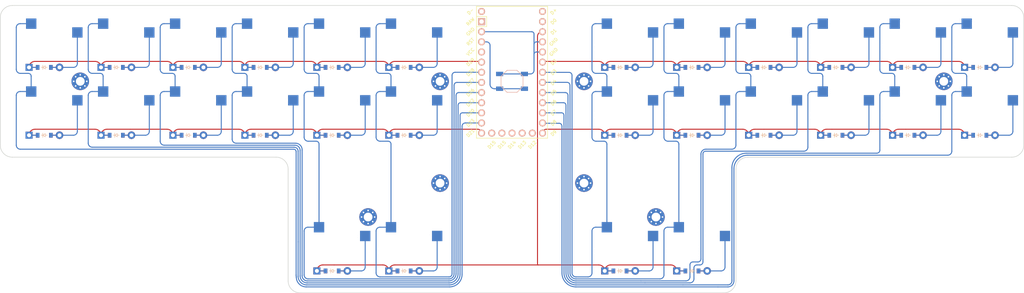
<source format=kicad_pcb>
(kicad_pcb (version 20241229) (generator "pcbnew") (generator_version "9.0")
  (title_block (title "pcb") (rev "v1.0.0") (company "Unknown"))
  (layers (0 "F.Cu" signal) (2 "B.Cu" signal) (13 "F.Paste" user) (15 "B.Paste" user) (5 "F.SilkS" user) (7 "B.SilkS" user) (1 "F.Mask" user) (3 "B.Mask" user) (25 "Edge.Cuts" user))
  (net 0 "")
  (net 1 "D23")
  (net 2 "outer_lbottom")
  (net 3 "outer_ltop")
  (net 4 "D20")
  (net 5 "pinky_lbottom")
  (net 6 "pinky_ltop")
  (net 7 "D22")
  (net 8 "ring_lbottom")
  (net 9 "ring_ltop")
  (net 10 "D26")
  (net 11 "middle_lbottom")
  (net 12 "middle_ltop")
  (net 13 "D27")
  (net 14 "index_lbottom")
  (net 15 "index_ltop")
  (net 16 "D28")
  (net 17 "inner_lbottom")
  (net 18 "inner_ltop")
  (net 19 "D3")
  (net 20 "inner_rbottom")
  (net 21 "inner_rtop")
  (net 22 "D4")
  (net 23 "index_rbottom")
  (net 24 "index_rtop")
  (net 25 "D5")
  (net 26 "middle_rbottom")
  (net 27 "middle_rtop")
  (net 28 "D6")
  (net 29 "ring_rbottom")
  (net 30 "ring_rtop")
  (net 31 "D7")
  (net 32 "pinky_rbottom")
  (net 33 "pinky_rtop")
  (net 34 "D8")
  (net 35 "outer_rbottom")
  (net 36 "outer_rtop")
  (net 37 "outer_lttop")
  (net 38 "inner_lttop")
  (net 39 "inner_rttop")
  (net 40 "outer_rttop")
  (net 41 "D21")
  (net 42 "D29")
  (net 43 "D9")
  (net 44 "D2")
  (net 45 "D1")
  (net 46 "Dm")
  (net 47 "RAW")
  (net 48 "GND")
  (net 49 "RST")
  (net 50 "VCC")
  (net 51 "D12")
  (net 52 "D13")
  (net 53 "D14")
  (net 54 "D15")
  (net 55 "D16")
  (net 56 "Dp")
  (net 57 "D0")
  (footprint "E73:SW_TACT_ALPS_SKQGABE010" (layer "F.Cu") (at 217 91.5)
    (property "Reference" "B1" (hide yes))
    (property "Value" "" (hide yes))
  )
  (footprint "PG1350" (layer "F.Cu") (at 154 100)
    (property "Reference" "S7" (hide yes))
    (property "Value" "" (hide yes))
  )
  (footprint "ComboDiode" (layer "F.Cu") (at 154 88)
    (property "Reference" "D8" (hide yes))
    (property "Value" "" (hide yes))
  )
  (footprint "ComboDiode" (layer "F.Cu") (at 100 105)
    (property "Reference" "D1" (hide yes))
    (property "Value" "" (hide yes))
  )
  (footprint "PG1350" (layer "F.Cu") (at 190 100)
    (property "Reference" "S11" (hide yes))
    (property "Value" "" (hide yes))
  )
  (footprint "Mount_Hole_2.2mm_Pad_Via" (layer "F.Cu") (at 199 91.5)
    (property "Reference" "_2" (hide yes))
    (property "Value" "")
  )
  (footprint "Mount_Hole_2.2mm_Pad_Via" (layer "F.Cu") (at 181 125.5)
    (property "Reference" "_4" (hide yes))
    (property "Value" "")
  )
  (footprint "ComboDiode" (layer "F.Cu") (at 172 139)
    (property "Reference" "D25" (hide yes))
    (property "Value" "" (hide yes))
  )
  (footprint "ComboDiode" (layer "F.Cu") (at 262 105)
    (property "Reference" "D15" (hide yes))
    (property "Value" "" (hide yes))
  )
  (footprint "ComboDiode" (layer "F.Cu") (at 244 105)
    (property "Reference" "D13" (hide yes))
    (property "Value" "" (hide yes))
  )
  (footprint "Mount_Hole_2.2mm_Pad_Via" (layer "F.Cu") (at 253 125.5)
    (property "Reference" "_5" (hide yes))
    (property "Value" "")
  )
  (footprint "ComboDiode" (layer "F.Cu") (at 190 105)
    (property "Reference" "D11" (hide yes))
    (property "Value" "" (hide yes))
  )
  (footprint "PG1350" (layer "F.Cu") (at 298 100)
    (property "Reference" "S19" (hide yes))
    (property "Value" "" (hide yes))
  )
  (footprint "PG1350" (layer "F.Cu") (at 262 83)
    (property "Reference" "S16" (hide yes))
    (property "Value" "" (hide yes))
  )
  (footprint "PG1350" (layer "F.Cu") (at 244 100)
    (property "Reference" "S13" (hide yes))
    (property "Value" "" (hide yes))
  )
  (footprint "ComboDiode" (layer "F.Cu") (at 172 105)
    (property "Reference" "D9" (hide yes))
    (property "Value" "" (hide yes))
  )
  (footprint "PG1350" (layer "F.Cu") (at 190 83)
    (property "Reference" "S12" (hide yes))
    (property "Value" "" (hide yes))
  )
  (footprint "ComboDiode" (layer "F.Cu") (at 190 88)
    (property "Reference" "D12" (hide yes))
    (property "Value" "" (hide yes))
  )
  (footprint "PG1350" (layer "F.Cu") (at 244 83)
    (property "Reference" "S14" (hide yes))
    (property "Value" "" (hide yes))
  )
  (footprint "ComboDiode" (layer "F.Cu") (at 298 105)
    (property "Reference" "D19" (hide yes))
    (property "Value" "" (hide yes))
  )
  (footprint "PG1350" (layer "F.Cu") (at 100 100)
    (property "Reference" "S1" (hide yes))
    (property "Value" "" (hide yes))
  )
  (footprint "PG1350" (layer "F.Cu") (at 154 83)
    (property "Reference" "S8" (hide yes))
    (property "Value" "" (hide yes))
  )
  (footprint "PG1350" (layer "F.Cu") (at 262 134)
    (property "Reference" "S28" (hide yes))
    (property "Value" "" (hide yes))
  )
  (footprint "ComboDiode" (layer "F.Cu") (at 334 88)
    (property "Reference" "D24" (hide yes))
    (property "Value" "" (hide yes))
  )
  (footprint "Mount_Hole_2.2mm_Pad_Via" (layer "F.Cu") (at 235 91.5)
    (property "Reference" "_7" (hide yes))
    (property "Value" "")
  )
  (footprint "ComboDiode" (layer "F.Cu") (at 280 105)
    (property "Reference" "D17" (hide yes))
    (property "Value" "" (hide yes))
  )
  (footprint "ComboDiode" (layer "F.Cu") (at 280 88)
    (property "Reference" "D18" (hide yes))
    (property "Value" "" (hide yes))
  )
  (footprint "ComboDiode" (layer "F.Cu") (at 298 88)
    (property "Reference" "D20" (hide yes))
    (property "Value" "" (hide yes))
  )
  (footprint "ComboDiode" (layer "F.Cu") (at 262 88)
    (property "Reference" "D16" (hide yes))
    (property "Value" "" (hide yes))
  )
  (footprint "ComboDiode" (layer "F.Cu") (at 136 105)
    (property "Reference" "D5" (hide yes))
    (property "Value" "" (hide yes))
  )
  (footprint "PG1350" (layer "F.Cu") (at 172 134)
    (property "Reference" "S25" (hide yes))
    (property "Value" "" (hide yes))
  )
  (footprint "PG1350" (layer "F.Cu") (at 118 100)
    (property "Reference" "S3" (hide yes))
    (property "Value" "" (hide yes))
  )
  (footprint "PG1350" (layer "F.Cu") (at 100 83)
    (property "Reference" "S2" (hide yes))
    (property "Value" "" (hide yes))
  )
  (footprint "PG1350" (layer "F.Cu") (at 118 83)
    (property "Reference" "S4" (hide yes))
    (property "Value" "" (hide yes))
  )
  (footprint "ProMicro" (layer "F.Cu") (at 217 90.5 -90)
    (property "Reference" "MCU1" (hide yes))
    (property "Value" "" (hide yes))
  )
  (footprint "ComboDiode" (layer "F.Cu") (at 244 88)
    (property "Reference" "D14" (hide yes))
    (property "Value" "" (hide yes))
  )
  (footprint "Mount_Hole_2.2mm_Pad_Via" (layer "F.Cu") (at 109 91.5)
    (property "Reference" "_1" (hide yes))
    (property "Value" "")
  )
  (footprint "ComboDiode" (layer "F.Cu") (at 262 139)
    (property "Reference" "D28" (hide yes))
    (property "Value" "" (hide yes))
  )
  (footprint "PG1350" (layer "F.Cu") (at 190 134)
    (property "Reference" "S26" (hide yes))
    (property "Value" "" (hide yes))
  )
  (footprint "ComboDiode" (layer "F.Cu") (at 334 105)
    (property "Reference" "D23" (hide yes))
    (property "Value" "" (hide yes))
  )
  (footprint "PG1350" (layer "F.Cu") (at 136 83)
    (property "Reference" "S6" (hide yes))
    (property "Value" "" (hide yes))
  )
  (footprint "PG1350" (layer "F.Cu") (at 280 100)
    (property "Reference" "S17" (hide yes))
    (property "Value" "" (hide yes))
  )
  (footprint "Mount_Hole_2.2mm_Pad_Via" (layer "F.Cu") (at 235 117)
    (property "Reference" "_8" (hide yes))
    (property "Value" "")
  )
  (footprint "PG1350" (layer "F.Cu") (at 262 100)
    (property "Reference" "S15" (hide yes))
    (property "Value" "" (hide yes))
  )
  (footprint "ComboDiode" (layer "F.Cu") (at 100 88)
    (property "Reference" "D2" (hide yes))
    (property "Value" "" (hide yes))
  )
  (footprint "PG1350" (layer "F.Cu") (at 334 83)
    (property "Reference" "S24" (hide yes))
    (property "Value" "" (hide yes))
  )
  (footprint "ComboDiode" (layer "F.Cu") (at 244 139)
    (property "Reference" "D27" (hide yes))
    (property "Value" "" (hide yes))
  )
  (footprint "ComboDiode" (layer "F.Cu") (at 172 88)
    (property "Reference" "D10" (hide yes))
    (property "Value" "" (hide yes))
  )
  (footprint "ComboDiode" (layer "F.Cu") (at 136 88)
    (property "Reference" "D6" (hide yes))
    (property "Value" "" (hide yes))
  )
  (footprint "ComboDiode" (layer "F.Cu") (at 118 88)
    (property "Reference" "D4" (hide yes))
    (property "Value" "" (hide yes))
  )
  (footprint "ComboDiode" (layer "F.Cu") (at 316 88)
    (property "Reference" "D22" (hide yes))
    (property "Value" "" (hide yes))
  )
  (footprint "Mount_Hole_2.2mm_Pad_Via" (layer "F.Cu") (at 199 117)
    (property "Reference" "_3" (hide yes))
    (property "Value" "")
  )
  (footprint "PG1350" (layer "F.Cu") (at 298 83)
    (property "Reference" "S20" (hide yes))
    (property "Value" "" (hide yes))
  )
  (footprint "PG1350" (layer "F.Cu") (at 244 134)
    (property "Reference" "S27" (hide yes))
    (property "Value" "" (hide yes))
  )
  (footprint "ComboDiode" (layer "F.Cu") (at 190 139)
    (property "Reference" "D26" (hide yes))
    (property "Value" "" (hide yes))
  )
  (footprint "PG1350" (layer "F.Cu") (at 316 83)
    (property "Reference" "S22" (hide yes))
    (property "Value" "" (hide yes))
  )
  (footprint "PG1350" (layer "F.Cu") (at 172 83)
    (property "Reference" "S10" (hide yes))
    (property "Value" "" (hide yes))
  )
  (footprint "ComboDiode" (layer "F.Cu") (at 154 105)
    (property "Reference" "D7" (hide yes))
    (property "Value" "" (hide yes))
  )
  (footprint "PG1350" (layer "F.Cu") (at 280 83)
    (property "Reference" "S18" (hide yes))
    (property "Value" "" (hide yes))
  )
  (footprint "PG1350" (layer "F.Cu") (at 172 100)
    (property "Reference" "S9" (hide yes))
    (property "Value" "" (hide yes))
  )
  (footprint "Mount_Hole_2.2mm_Pad_Via" (layer "F.Cu") (at 325 91.5)
    (property "Reference" "_6" (hide yes))
    (property "Value" "")
  )
  (footprint "PG1350" (layer "F.Cu") (at 334 100)
    (property "Reference" "S23" (hide yes))
    (property "Value" "" (hide yes))
  )
  (footprint "PG1350" (layer "F.Cu") (at 136 100)
    (property "Reference" "S5" (hide yes))
    (property "Value" "" (hide yes))
  )
  (footprint "ComboDiode" (layer "F.Cu") (at 316 105)
    (property "Reference" "D21" (hide yes))
    (property "Value" "" (hide yes))
  )
  (footprint "PG1350" (layer "F.Cu") (at 316 100)
    (property "Reference" "S21" (hide yes))
    (property "Value" "" (hide yes))
  )
  (footprint "ComboDiode" (layer "F.Cu") (at 118 105)
    (property "Reference" "D3" (hide yes))
    (property "Value" "" (hide yes))
  )
  (gr_arc (start 342 72.5) (mid 344.12132 73.37868) (end 345 75.5) (stroke (width 0.15)) (layer "Edge.Cuts"))
  (gr_line (start 158 110.5) (end 92 110.5) (stroke (width 0.15)) (layer "Edge.Cuts"))
  (gr_line (start 92 72.5) (end 342 72.5) (stroke (width 0.15)) (layer "Edge.Cuts"))
  (gr_arc (start 92 110.5) (mid 89.87868 109.62132) (end 89 107.5) (stroke (width 0.15)) (layer "Edge.Cuts"))
  (gr_arc (start 273 113.5) (mid 273.87868 111.37868) (end 276 110.5) (stroke (width 0.15)) (layer "Edge.Cuts"))
  (gr_arc (start 164 144.5) (mid 161.87868 143.62132) (end 161 141.5) (stroke (width 0.15)) (layer "Edge.Cuts"))
  (gr_arc (start 345 107.5) (mid 344.12132 109.62132) (end 342 110.5) (stroke (width 0.15)) (layer "Edge.Cuts"))
  (gr_line (start 345 75.5) (end 345 107.5) (stroke (width 0.15)) (layer "Edge.Cuts"))
  (gr_arc (start 89 75.5) (mid 89.87868 73.37868) (end 92 72.5) (stroke (width 0.15)) (layer "Edge.Cuts"))
  (gr_arc (start 273 141.5) (mid 272.12132 143.62132) (end 270 144.5) (stroke (width 0.15)) (layer "Edge.Cuts"))
  (gr_arc (start 158 110.5) (mid 160.12132 111.37868) (end 161 113.5) (stroke (width 0.15)) (layer "Edge.Cuts"))
  (gr_line (start 273 113.5) (end 273 141.5) (stroke (width 0.15)) (layer "Edge.Cuts"))
  (gr_line (start 161 141.5) (end 161 113.5) (stroke (width 0.15)) (layer "Edge.Cuts"))
  (gr_line (start 342 110.5) (end 276 110.5) (stroke (width 0.15)) (layer "Edge.Cuts"))
  (gr_line (start 270 144.5) (end 164 144.5) (stroke (width 0.15)) (layer "Edge.Cuts"))
  (gr_line (start 89 107.5) (end 89 75.5) (stroke (width 0.15)) (layer "Edge.Cuts"))
  (segment (start 96.725 94.05) (end 93.95 94.05) (width 0.25) (layer "B.Cu") (net 1))
  (segment (start 165.5 143) (end 201.381921 143) (width 0.25) (layer "B.Cu") (net 1))
  (segment (start 93 78) (end 93 88.5) (width 0.25) (layer "B.Cu") (net 1))
  (segment (start 96.725 77.05) (end 93.95 77.05) (width 0.25) (layer "B.Cu") (net 1))
  (segment (start 163.00236 140.168344) (end 163.040057 140.502915) (width 0.25) (layer "B.Cu") (net 1))
  (segment (start 163 109.117353) (end 163 140) (width 0.25) (layer "B.Cu") (net 1))
  (segment (start 205.32 101.93) (end 209.38 101.93) (width 0.25) (layer "B.Cu") (net 1))
  (segment (start 93 95) (end 93 107.5) (width 0.25) (layer "B.Cu") (net 1))
  (segment (start 94 89.5) (end 96 89.5) (width 0.25) (layer "B.Cu") (net 1))
  (segment (start 163 140) (end 163.00236 140.168344) (width 0.25) (layer "B.Cu") (net 1))
  (segment (start 163.040057 140.502915) (end 163.040057 140.540057) (width 0.25) (layer "B.Cu") (net 1))
  (segment (start 94 108.5) (end 162.382647 108.5) (width 0.25) (layer "B.Cu") (net 1))
  (segment (start 96.725 90.225) (end 96.725 94.05) (width 0.25) (layer "B.Cu") (net 1))
  (segment (start 204.5 139.881921) (end 204.5 102.75) (width 0.25) (layer "B.Cu") (net 1))
  (arc (start 93 88.5) (mid 93.292893 89.207107) (end 94 89.5) (width 0.25) (layer "B.Cu") (net 1))
  (arc (start 93.95 94.05) (mid 93.278249 94.328249) (end 93 95) (width 0.25) (layer "B.Cu") (net 1))
  (arc (start 201.381921 143) (mid 203.586736 142.086736) (end 204.5 139.881921) (width 0.25) (layer "B.Cu") (net 1))
  (arc (start 93 107.5) (mid 93.292893 108.207107) (end 94 108.5) (width 0.25) (layer "B.Cu") (net 1))
  (arc (start 162.382647 108.5) (mid 162.819181 108.680819) (end 163 109.117353) (width 0.25) (layer "B.Cu") (net 1))
  (arc (start 204.5 102.75) (mid 204.740172 102.170172) (end 205.32 101.93) (width 0.25) (layer "B.Cu") (net 1))
  (arc (start 96 89.5) (mid 96.512652 89.712348) (end 96.725 90.225) (width 0.25) (layer "B.Cu") (net 1))
  (arc (start 93.95 77.05) (mid 93.278249 77.328249) (end 93 78) (width 0.25) (layer "B.Cu") (net 1))
  (arc (start 163.040057 140.540057) (mid 163.760558 142.279499) (end 165.5 143) (width 0.25) (layer "B.Cu") (net 1))
  (segment (start 103.81 105) (end 101.65 105) (width 0.25) (layer "F.Cu") (net 2))
  (segment (start 101.65 105) (end 103.81 105) (width 0.25) (layer "B.Cu") (net 2))
  (segment (start 108.275 104.022359) (end 108.275 96.25) (width 0.25) (layer "B.Cu") (net 2))
  (segment (start 103.81 105) (end 107.297359 105) (width 0.25) (layer "B.Cu") (net 2))
  (arc (start 107.297359 105) (mid 107.988656 104.713656) (end 108.275 104.022359) (width 0.25) (layer "B.Cu") (net 2))
  (segment (start 101.65 88) (end 103.81 88) (width 0.25) (layer "F.Cu") (net 3))
  (segment (start 103.81 88) (end 101.65 88) (width 0.25) (layer "B.Cu") (net 3))
  (segment (start 103.81 88) (end 107.297359 88) (width 0.25) (layer "B.Cu") (net 3))
  (segment (start 108.275 87.022359) (end 108.275 79.25) (width 0.25) (layer "B.Cu") (net 3))
  (arc (start 107.297359 88) (mid 107.988656 87.713656) (end 108.275 87.022359) (width 0.25) (layer "B.Cu") (net 3))
  (segment (start 165.65079 142.5) (end 201.323051 142.5) (width 0.25) (layer "B.Cu") (net 4))
  (segment (start 111 78) (end 111 88.5) (width 0.25) (layer "B.Cu") (net 4))
  (segment (start 112 89.5) (end 114 89.5) (width 0.25) (layer "B.Cu") (net 4))
  (segment (start 204 139.823051) (end 204 100) (width 0.25) (layer "B.Cu") (net 4))
  (segment (start 114.725 90.225) (end 114.725 94.05) (width 0.25) (layer "B.Cu") (net 4))
  (segment (start 163.5 109.026087) (end 163.5 131.7) (width 0.25) (layer "B.Cu") (net 4))
  (segment (start 112 108) (end 162.473913 108) (width 0.25) (layer "B.Cu") (net 4))
  (segment (start 204.61 99.39) (end 209.38 99.39) (width 0.25) (layer "B.Cu") (net 4))
  (segment (start 114.725 94.05) (end 111.95 94.05) (width 0.25) (layer "B.Cu") (net 4))
  (segment (start 163.5 131.7) (end 163.5 140.34921) (width 0.25) (layer "B.Cu") (net 4))
  (segment (start 114.725 77.05) (end 111.95 77.05) (width 0.25) (layer "B.Cu") (net 4))
  (segment (start 111 95) (end 111 107) (width 0.25) (layer "B.Cu") (net 4))
  (arc (start 163.5 140.34921) (mid 164.129952 141.870048) (end 165.65079 142.5) (width 0.25) (layer "B.Cu") (net 4))
  (arc (start 201.323051 142.5) (mid 203.21594 141.71594) (end 204 139.823051) (width 0.25) (layer "B.Cu") (net 4))
  (arc (start 111.95 94.05) (mid 111.278249 94.328249) (end 111 95) (width 0.25) (layer "B.Cu") (net 4))
  (arc (start 111 107) (mid 111.292893 107.707107) (end 112 108) (width 0.25) (layer "B.Cu") (net 4))
  (arc (start 204 100) (mid 204.178665 99.568665) (end 204.61 99.39) (width 0.25) (layer "B.Cu") (net 4))
  (arc (start 114 89.5) (mid 114.512652 89.712348) (end 114.725 90.225) (width 0.25) (layer "B.Cu") (net 4))
  (arc (start 111.95 77.05) (mid 111.278249 77.328249) (end 111 78) (width 0.25) (layer "B.Cu") (net 4))
  (arc (start 111 88.5) (mid 111.292893 89.207107) (end 112 89.5) (width 0.25) (layer "B.Cu") (net 4))
  (arc (start 162.473913 108) (mid 163.199466 108.300534) (end 163.5 109.026087) (width 0.25) (layer "B.Cu") (net 4))
  (segment (start 121.81 105) (end 119.65 105) (width 0.25) (layer "F.Cu") (net 5))
  (segment (start 126.275 104.022359) (end 126.275 96.25) (width 0.25) (layer "B.Cu") (net 5))
  (segment (start 119.65 105) (end 121.81 105) (width 0.25) (layer "B.Cu") (net 5))
  (segment (start 121.81 105) (end 125.297359 105) (width 0.25) (layer "B.Cu") (net 5))
  (arc (start 125.297359 105) (mid 125.988656 104.713656) (end 126.275 104.022359) (width 0.25) (layer "B.Cu") (net 5))
  (segment (start 119.65 88) (end 121.81 88) (width 0.25) (layer "F.Cu") (net 6))
  (segment (start 121.81 88) (end 125.297359 88) (width 0.25) (layer "B.Cu") (net 6))
  (segment (start 126.275 87.022359) (end 126.275 79.25) (width 0.25) (layer "B.Cu") (net 6))
  (segment (start 121.81 88) (end 119.65 88) (width 0.25) (layer "B.Cu") (net 6))
  (arc (start 125.297359 88) (mid 125.988656 87.713656) (end 126.275 87.022359) (width 0.25) (layer "B.Cu") (net 6))
  (segment (start 129 78) (end 129 88.5) (width 0.25) (layer "B.Cu") (net 7))
  (segment (start 129 95) (end 129 106.5) (width 0.25) (layer "B.Cu") (net 7))
  (segment (start 132.725 90.225) (end 132.725 94.05) (width 0.25) (layer "B.Cu") (net 7))
  (segment (start 165.75 142) (end 165.752378 141.997622) (width 0.25) (layer "B.Cu") (net 7))
  (segment (start 130 89.5) (end 132 89.5) (width 0.25) (layer "B.Cu") (net 7))
  (segment (start 165.752378 141.997622) (end 201.247622 141.997622) (width 0.25) (layer "B.Cu") (net 7))
  (segment (start 203.5 139.750008) (end 203.5 97.5) (width 0.25) (layer "B.Cu") (net 7))
  (segment (start 204.15 96.85) (end 209.38 96.85) (width 0.25) (layer "B.Cu") (net 7))
  (segment (start 201.247622 141.997622) (end 201.25 142) (width 0.25) (layer "B.Cu") (net 7))
  (segment (start 132.725 77.05) (end 129.95 77.05) (width 0.25) (layer "B.Cu") (net 7))
  (segment (start 164 108.813496) (end 164 140.250004) (width 0.25) (layer "B.Cu") (net 7))
  (segment (start 132.725 94.05) (end 129.95 94.05) (width 0.25) (layer "B.Cu") (net 7))
  (segment (start 130 107.5) (end 162.686504 107.5) (width 0.25) (layer "B.Cu") (net 7))
  (arc (start 203.5 97.5) (mid 203.690381 97.040381) (end 204.15 96.85) (width 0.25) (layer "B.Cu") (net 7))
  (arc (start 201.25 142) (mid 202.840993 141.340993) (end 203.5 139.750008) (width 0.25) (layer "B.Cu") (net 7))
  (arc (start 129 88.5) (mid 129.292893 89.207107) (end 130 89.5) (width 0.25) (layer "B.Cu") (net 7))
  (arc (start 162.686504 107.5) (mid 163.615286 107.884714) (end 164 108.813496) (width 0.25) (layer "B.Cu") (net 7))
  (arc (start 164 140.250004) (mid 164.512562 141.487438) (end 165.75 142) (width 0.25) (layer "B.Cu") (net 7))
  (arc (start 129.95 77.05) (mid 129.278249 77.328249) (end 129 78) (width 0.25) (layer "B.Cu") (net 7))
  (arc (start 129 106.5) (mid 129.292893 107.207107) (end 130 107.5) (width 0.25) (layer "B.Cu") (net 7))
  (arc (start 129.95 94.05) (mid 129.278249 94.328249) (end 129 95) (width 0.25) (layer "B.Cu") (net 7))
  (arc (start 132 89.5) (mid 132.512652 89.712348) (end 132.725 90.225) (width 0.25) (layer "B.Cu") (net 7))
  (segment (start 139.81 105) (end 137.65 105) (width 0.25) (layer "F.Cu") (net 8))
  (segment (start 144.275 104.022359) (end 144.275 96.25) (width 0.25) (layer "B.Cu") (net 8))
  (segment (start 139.81 105) (end 143.297359 105) (width 0.25) (layer "B.Cu") (net 8))
  (segment (start 137.65 105) (end 139.81 105) (width 0.25) (layer "B.Cu") (net 8))
  (arc (start 143.297359 105) (mid 143.988656 104.713656) (end 144.275 104.022359) (width 0.25) (layer "B.Cu") (net 8))
  (segment (start 137.65 88) (end 139.81 88) (width 0.25) (layer "F.Cu") (net 9))
  (segment (start 144.275 87.022359) (end 144.275 79.25) (width 0.25) (layer "B.Cu") (net 9))
  (segment (start 139.81 88) (end 137.65 88) (width 0.25) (layer "B.Cu") (net 9))
  (segment (start 139.81 88) (end 143.297359 88) (width 0.25) (layer "B.Cu") (net 9))
  (arc (start 143.297359 88) (mid 143.988656 87.713656) (end 144.275 87.022359) (width 0.25) (layer "B.Cu") (net 9))
  (segment (start 150.725 77.05) (end 147.95 77.05) (width 0.25) (layer "B.Cu") (net 10))
  (segment (start 162.825168 107) (end 148 107) (width 0.25) (layer "B.Cu") (net 10))
  (segment (start 201.172534 141.5) (end 165.7978 141.5) (width 0.25) (layer "B.Cu") (net 10))
  (segment (start 147 106) (end 147 95) (width 0.25) (layer "B.Cu") (net 10))
  (segment (start 147.95 94.05) (end 150.725 94.05) (width 0.25) (layer "B.Cu") (net 10))
  (segment (start 164.5 140.2022) (end 164.5 108.674832) (width 0.25) (layer "B.Cu") (net 10))
  (segment (start 150.725 90.225) (end 150.725 94.05) (width 0.25) (layer "B.Cu") (net 10))
  (segment (start 147 78) (end 147 88.5) (width 0.25) (layer "B.Cu") (net 10))
  (segment (start 203 95) (end 203 139.672534) (width 0.25) (layer "B.Cu") (net 10))
  (segment (start 148 89.5) (end 150 89.5) (width 0.25) (layer "B.Cu") (net 10))
  (segment (start 203.69 94.31) (end 209.38 94.31) (width 0.25) (layer "B.Cu") (net 10))
  (arc (start 147 88.5) (mid 147.292893 89.207107) (end 148 89.5) (width 0.25) (layer "B.Cu") (net 10))
  (arc (start 203 139.672534) (mid 202.464748 140.964748) (end 201.172534 141.5) (width 0.25) (layer "B.Cu") (net 10))
  (arc (start 147.95 77.05) (mid 147.278249 77.328249) (end 147 78) (width 0.25) (layer "B.Cu") (net 10))
  (arc (start 148 107) (mid 147.292893 106.707107) (end 147 106) (width 0.25) (layer "B.Cu") (net 10))
  (arc (start 203 95) (mid 203.202096 94.512096) (end 203.69 94.31) (width 0.25) (layer "B.Cu") (net 10))
  (arc (start 164.5 108.674832) (mid 164.009453 107.490547) (end 162.825168 107) (width 0.25) (layer "B.Cu") (net 10))
  (arc (start 165.7978 141.5) (mid 164.880117 141.119883) (end 164.5 140.2022) (width 0.25) (layer "B.Cu") (net 10))
  (arc (start 147 95) (mid 147.278249 94.328249) (end 147.95 94.05) (width 0.25) (layer "B.Cu") (net 10))
  (arc (start 150 89.5) (mid 150.512652 89.712348) (end 150.725 90.225) (width 0.25) (layer "B.Cu") (net 10))
  (segment (start 157.81 105) (end 155.65 105) (width 0.25) (layer "F.Cu") (net 11))
  (segment (start 155.65 105) (end 157.81 105) (width 0.25) (layer "B.Cu") (net 11))
  (segment (start 157.81 105) (end 161.297359 105) (width 0.25) (layer "B.Cu") (net 11))
  (segment (start 162.275 104.022359) (end 162.275 96.25) (width 0.25) (layer "B.Cu") (net 11))
  (arc (start 161.297359 105) (mid 161.988656 104.713656) (end 162.275 104.022359) (width 0.25) (layer "B.Cu") (net 11))
  (segment (start 155.65 88) (end 157.81 88) (width 0.25) (layer "F.Cu") (net 12))
  (segment (start 157.81 88) (end 161.297359 88) (width 0.25) (layer "B.Cu") (net 12))
  (segment (start 162.275 87.022359) (end 162.275 79.25) (width 0.25) (layer "B.Cu") (net 12))
  (segment (start 157.81 88) (end 155.65 88) (width 0.25) (layer "B.Cu") (net 12))
  (arc (start 161.297359 88) (mid 161.988656 87.713656) (end 162.275 87.022359) (width 0.25) (layer "B.Cu") (net 12))
  (segment (start 166 89.5) (end 168 89.5) (width 0.25) (layer "B.Cu") (net 13))
  (segment (start 165 95) (end 165 105.5) (width 0.25) (layer "B.Cu") (net 13))
  (segment (start 165 78) (end 165 88.5) (width 0.25) (layer "B.Cu") (net 13))
  (segment (start 168.725 77.05) (end 165.95 77.05) (width 0.25) (layer "B.Cu") (net 13))
  (segment (start 166 106.5) (end 168 106.5) (width 0.25) (layer "B.Cu") (net 13))
  (segment (start 165 140) (end 165 129) (width 0.25) (layer "B.Cu") (net 13))
  (segment (start 168.725 90.225) (end 168.725 94.05) (width 0.25) (layer "B.Cu") (net 13))
  (segment (start 202.5 92.5) (end 202.5 139.75) (width 0.25) (layer "B.Cu") (net 13))
  (segment (start 203.23 91.77) (end 209.38 91.77) (width 0.25) (layer "B.Cu") (net 13))
  (segment (start 168.725 107.225) (end 168.725 128.05) (width 0.25) (layer "B.Cu") (net 13))
  (segment (start 201.25 141) (end 166 141) (width 0.25) (layer "B.Cu") (net 13))
  (segment (start 165.95 128.05) (end 168.725 128.05) (width 0.25) (layer "B.Cu") (net 13))
  (segment (start 168.725 94.05) (end 165.95 94.05) (width 0.25) (layer "B.Cu") (net 13))
  (arc (start 168 89.5) (mid 168.512652 89.712348) (end 168.725 90.225) (width 0.25) (layer "B.Cu") (net 13))
  (arc (start 166 141) (mid 165.292893 140.707107) (end 165 140) (width 0.25) (layer "B.Cu") (net 13))
  (arc (start 165.95 94.05) (mid 165.278249 94.328249) (end 165 95) (width 0.25) (layer "B.Cu") (net 13))
  (arc (start 202.5 139.75) (mid 202.133883 140.633883) (end 201.25 141) (width 0.25) (layer "B.Cu") (net 13))
  (arc (start 202.5 92.5) (mid 202.713812 91.983812) (end 203.23 91.77) (width 0.25) (layer "B.Cu") (net 13))
  (arc (start 165 129) (mid 165.278249 128.328249) (end 165.95 128.05) (width 0.25) (layer "B.Cu") (net 13))
  (arc (start 165 88.5) (mid 165.292893 89.207107) (end 166 89.5) (width 0.25) (layer "B.Cu") (net 13))
  (arc (start 168 106.5) (mid 168.512652 106.712348) (end 168.725 107.225) (width 0.25) (layer "B.Cu") (net 13))
  (arc (start 165 105.5) (mid 165.292893 106.207107) (end 166 106.5) (width 0.25) (layer "B.Cu") (net 13))
  (arc (start 165.95 77.05) (mid 165.278249 77.328249) (end 165 78) (width 0.25) (layer "B.Cu") (net 13))
  (segment (start 175.81 105) (end 173.65 105) (width 0.25) (layer "F.Cu") (net 14))
  (segment (start 180.275 104.022359) (end 180.275 96.25) (width 0.25) (layer "B.Cu") (net 14))
  (segment (start 175.81 105) (end 179.297359 105) (width 0.25) (layer "B.Cu") (net 14))
  (segment (start 173.65 105) (end 175.81 105) (width 0.25) (layer "B.Cu") (net 14))
  (arc (start 179.297359 105) (mid 179.988656 104.713656) (end 180.275 104.022359) (width 0.25) (layer "B.Cu") (net 14))
  (segment (start 173.65 88) (end 175.81 88) (width 0.25) (layer "F.Cu") (net 15))
  (segment (start 180.275 87.022359) (end 180.275 79.25) (width 0.25) (layer "B.Cu") (net 15))
  (segment (start 175.81 88) (end 179.297359 88) (width 0.25) (layer "B.Cu") (net 15))
  (segment (start 175.81 88) (end 173.65 88) (width 0.25) (layer "B.Cu") (net 15))
  (arc (start 179.297359 88) (mid 179.988656 87.713656) (end 180.275 87.022359) (width 0.25) (layer "B.Cu") (net 15))
  (segment (start 183 129) (end 183 139.5) (width 0.25) (layer "B.Cu") (net 16))
  (segment (start 186.725 128.05) (end 183.95 128.05) (width 0.25) (layer "B.Cu") (net 16))
  (segment (start 184 89.5) (end 186 89.5) (width 0.25) (layer "B.Cu") (net 16))
  (segment (start 183 95) (end 183 105.5) (width 0.25) (layer "B.Cu") (net 16))
  (segment (start 184 140.5) (end 201.25 140.5) (width 0.25) (layer "B.Cu") (net 16))
  (segment (start 186.725 94.05) (end 183.95 94.05) (width 0.25) (layer "B.Cu") (net 16))
  (segment (start 183 78) (end 183 88.5) (width 0.25) (layer "B.Cu") (net 16))
  (segment (start 184 106.5) (end 186 106.5) (width 0.25) (layer "B.Cu") (net 16))
  (segment (start 202.77 89.23) (end 209.38 89.23) (width 0.25) (layer "B.Cu") (net 16))
  (segment (start 186.725 107.225) (end 186.725 128.05) (width 0.25) (layer "B.Cu") (net 16))
  (segment (start 186.725 90.225) (end 186.725 94.05) (width 0.25) (layer "B.Cu") (net 16))
  (segment (start 202 139.75) (end 202 90) (width 0.25) (layer "B.Cu") (net 16))
  (segment (start 186.725 77.05) (end 183.95 77.05) (width 0.25) (layer "B.Cu") (net 16))
  (arc (start 186 89.5) (mid 186.512652 89.712348) (end 186.725 90.225) (width 0.25) (layer "B.Cu") (net 16))
  (arc (start 183.95 77.05) (mid 183.278249 77.328249) (end 183 78) (width 0.25) (layer "B.Cu") (net 16))
  (arc (start 202 90) (mid 202.225528 89.455528) (end 202.77 89.23) (width 0.25) (layer "B.Cu") (net 16))
  (arc (start 186 106.5) (mid 186.512652 106.712348) (end 186.725 107.225) (width 0.25) (layer "B.Cu") (net 16))
  (arc (start 201.25 140.5) (mid 201.78033 140.28033) (end 202 139.75) (width 0.25) (layer "B.Cu") (net 16))
  (arc (start 183 88.5) (mid 183.292893 89.207107) (end 184 89.5) (width 0.25) (layer "B.Cu") (net 16))
  (arc (start 183.95 128.05) (mid 183.278249 128.328249) (end 183 129) (width 0.25) (layer "B.Cu") (net 16))
  (arc (start 183.95 94.05) (mid 183.278249 94.328249) (end 183 95) (width 0.25) (layer "B.Cu") (net 16))
  (arc (start 183 105.5) (mid 183.292893 106.207107) (end 184 106.5) (width 0.25) (layer "B.Cu") (net 16))
  (arc (start 183 139.5) (mid 183.292893 140.207107) (end 184 140.5) (width 0.25) (layer "B.Cu") (net 16))
  (segment (start 193.81 105) (end 191.65 105) (width 0.25) (layer "F.Cu") (net 17))
  (segment (start 198.275 104.022359) (end 198.275 96.25) (width 0.25) (layer "B.Cu") (net 17))
  (segment (start 191.65 105) (end 193.81 105) (width 0.25) (layer "B.Cu") (net 17))
  (segment (start 193.81 105) (end 197.297359 105) (width 0.25) (layer "B.Cu") (net 17))
  (arc (start 197.297359 105) (mid 197.988656 104.713656) (end 198.275 104.022359) (width 0.25) (layer "B.Cu") (net 17))
  (segment (start 191.65 88) (end 193.81 88) (width 0.25) (layer "F.Cu") (net 18))
  (segment (start 193.81 88) (end 197.297359 88) (width 0.25) (layer "B.Cu") (net 18))
  (segment (start 198.275 87.022359) (end 198.275 79.25) (width 0.25) (layer "B.Cu") (net 18))
  (segment (start 193.81 88) (end 191.65 88) (width 0.25) (layer "B.Cu") (net 18))
  (arc (start 197.297359 88) (mid 197.988656 87.713656) (end 198.275 87.022359) (width 0.25) (layer "B.Cu") (net 18))
  (segment (start 225.162383 89.292086) (end 225.233099 89.312055) (width 0.25) (layer "B.Cu") (net 19))
  (segment (start 237 78) (end 237 88.5) (width 0.25) (layer "B.Cu") (net 19))
  (segment (start 237 129) (end 237 139.5) (width 0.25) (layer "B.Cu") (net 19))
  (segment (start 236 140.5) (end 233 140.5) (width 0.25) (layer "B.Cu") (net 19))
  (segment (start 238 106.5) (end 240 106.5) (width 0.25) (layer "B.Cu") (net 19))
  (segment (start 224.62 89.23) (end 224.765341 89.23247) (width 0.25) (layer "B.Cu") (net 19))
  (segment (start 237 95) (end 237 105.5) (width 0.25) (layer "B.Cu") (net 19))
  (segment (start 224.765341 89.23247) (end 224.938273 89.248783) (width 0.25) (layer "B.Cu") (net 19))
  (segment (start 240.725 90.225) (end 240.725 94.05) (width 0.25) (layer "B.Cu") (net 19))
  (segment (start 240.725 94.05) (end 237.95 94.05) (width 0.25) (layer "B.Cu") (net 19))
  (segment (start 225.233099 89.312055) (end 225.285485 89.329245) (width 0.25) (layer "B.Cu") (net 19))
  (segment (start 232 139.5) (end 232 96.019196) (width 0.25) (layer "B.Cu") (net 19))
  (segment (start 232 96.019196) (end 232 90) (width 0.25) (layer "B.Cu") (net 19))
  (segment (start 225.066937 89.270235) (end 225.162383 89.292086) (width 0.25) (layer "B.Cu") (net 19))
  (segment (start 238 89.5) (end 240 89.5) (width 0.25) (layer "B.Cu") (net 19))
  (segment (start 240.725 128.05) (end 237.95 128.05) (width 0.25) (layer "B.Cu") (net 19))
  (segment (start 224.938273 89.248783) (end 225.066937 89.270235) (width 0.25) (layer "B.Cu") (net 19))
  (segment (start 225.285485 89.329245) (end 225.324311 89.343507) (width 0.25) (layer "B.Cu") (net 19))
  (segment (start 231.25 89.25) (end 224.64 89.25) (width 0.25) (layer "B.Cu") (net 19))
  (segment (start 240.725 77.05) (end 237.95 77.05) (width 0.25) (layer "B.Cu") (net 19))
  (segment (start 240.725 107.225) (end 240.725 128.05) (width 0.25) (layer "B.Cu") (net 19))
  (arc (start 232 90) (mid 231.78033 89.46967) (end 231.25 89.25) (width 0.25) (layer "B.Cu") (net 19))
  (arc (start 240 89.5) (mid 240.512652 89.712348) (end 240.725 90.225) (width 0.25) (layer "B.Cu") (net 19))
  (arc (start 237 88.5) (mid 237.292893 89.207107) (end 238 89.5) (width 0.25) (layer "B.Cu") (net 19))
  (arc (start 233 140.5) (mid 232.292893 140.207107) (end 232 139.5) (width 0.25) (layer "B.Cu") (net 19))
  (arc (start 237 139.5) (mid 236.707107 140.207107) (end 236 140.5) (width 0.25) (layer "B.Cu") (net 19))
  (arc (start 237.95 128.05) (mid 237.278249 128.328249) (end 237 129) (width 0.25) (layer "B.Cu") (net 19))
  (arc (start 237.95 77.05) (mid 237.278249 77.328249) (end 237 78) (width 0.25) (layer "B.Cu") (net 19))
  (arc (start 237 105.5) (mid 237.292893 106.207107) (end 238 106.5) (width 0.25) (layer "B.Cu") (net 19))
  (arc (start 240 106.5) (mid 240.512652 106.712348) (end 240.725 107.225) (width 0.25) (layer "B.Cu") (net 19))
  (arc (start 237.95 94.05) (mid 237.278249 94.328249) (end 237 95) (width 0.25) (layer "B.Cu") (net 19))
  (segment (start 245.65 105) (end 247.81 105) (width 0.25) (layer "F.Cu") (net 20))
  (segment (start 252.275 104.022359) (end 252.275 96.25) (width 0.25) (layer "B.Cu") (net 20))
  (segment (start 247.81 105) (end 251.297359 105) (width 0.25) (layer "B.Cu") (net 20))
  (segment (start 245.65 105) (end 247.81 105) (width 0.25) (layer "B.Cu") (net 20))
  (arc (start 251.297359 105) (mid 251.988656 104.713656) (end 252.275 104.022359) (width 0.25) (layer "B.Cu") (net 20))
  (segment (start 247.81 88) (end 245.65 88) (width 0.25) (layer "F.Cu") (net 21))
  (segment (start 252.275 87.022359) (end 252.275 79.25) (width 0.25) (layer "B.Cu") (net 21))
  (segment (start 247.81 88) (end 251.297359 88) (width 0.25) (layer "B.Cu") (net 21))
  (segment (start 247.81 88) (end 245.65 88) (width 0.25) (layer "B.Cu") (net 21))
  (arc (start 251.297359 88) (mid 251.988656 87.713656) (end 252.275 87.022359) (width 0.25) (layer "B.Cu") (net 21))
  (segment (start 258.725 90.225) (end 258.725 94.05) (width 0.25) (layer "B.Cu") (net 22))
  (segment (start 256 106.5) (end 258 106.5) (width 0.25) (layer "B.Cu") (net 22))
  (segment (start 255 78) (end 255 88.5) (width 0.25) (layer "B.Cu") (net 22))
  (segment (start 224.64 91.75) (end 230.75 91.75) (width 0.25) (layer "B.Cu") (net 22))
  (segment (start 256 89.5) (end 258 89.5) (width 0.25) (layer "B.Cu") (net 22))
  (segment (start 255.95 128.05) (end 258.725 128.05) (width 0.25) (layer "B.Cu") (net 22))
  (segment (start 258.725 77.05) (end 255.95 77.05) (width 0.25) (layer "B.Cu") (net 22))
  (segment (start 255 95) (end 255 105.5) (width 0.25) (layer "B.Cu") (net 22))
  (segment (start 255 140) (end 255 129) (width 0.25) (layer "B.Cu") (net 22))
  (segment (start 258.725 107.225) (end 258.725 128.05) (width 0.25) (layer "B.Cu") (net 22))
  (segment (start 258.725 94.05) (end 255.95 94.05) (width 0.25) (layer "B.Cu") (net 22))
  (segment (start 233 141) (end 254 141) (width 0.25) (layer "B.Cu") (net 22))
  (segment (start 231.5 92.5) (end 231.5 139.5) (width 0.25) (layer "B.Cu") (net 22))
  (arc (start 258 89.5) (mid 258.512652 89.712348) (end 258.725 90.225) (width 0.25) (layer "B.Cu") (net 22))
  (arc (start 258 106.5) (mid 258.512652 106.712348) (end 258.725 107.225) (width 0.25) (layer "B.Cu") (net 22))
  (arc (start 254 141) (mid 254.707107 140.707107) (end 255 140) (width 0.25) (layer "B.Cu") (net 22))
  (arc (start 230.75 91.75) (mid 231.28033 91.96967) (end 231.5 92.5) (width 0.25) (layer "B.Cu") (net 22))
  (arc (start 255.95 77.05) (mid 255.278249 77.328249) (end 255 78) (width 0.25) (layer "B.Cu") (net 22))
  (arc (start 231.5 139.5) (mid 231.93934 140.56066) (end 233 141) (width 0.25) (layer "B.Cu") (net 22))
  (arc (start 255 88.5) (mid 255.292893 89.207107) (end 256 89.5) (width 0.25) (layer "B.Cu") (net 22))
  (arc (start 255 105.5) (mid 255.292893 106.207107) (end 256 106.5) (width 0.25) (layer "B.Cu") (net 22))
  (arc (start 255.95 94.05) (mid 255.278249 94.328249) (end 255 95) (width 0.25) (layer "B.Cu") (net 22))
  (arc (start 255 129) (mid 255.278249 128.328249) (end 255.95 128.05) (width 0.25) (layer "B.Cu") (net 22))
  (segment (start 263.65 105) (end 265.81 105) (width 0.25) (layer "F.Cu") (net 23))
  (segment (start 270.275 104.022359) (end 270.275 96.25) (width 0.25) (layer "B.Cu") (net 23))
  (segment (start 265.81 105) (end 269.297359 105) (width 0.25) (layer "B.Cu") (net 23))
  (segment (start 263.65 105) (end 265.81 105) (width 0.25) (layer "B.Cu") (net 23))
  (arc (start 269.297359 105) (mid 269.988656 104.713656) (end 270.275 104.022359) (width 0.25) (layer "B.Cu") (net 23))
  (segment (start 265.81 88) (end 263.65 88) (width 0.25) (layer "F.Cu") (net 24))
  (segment (start 265.81 88) (end 269.297359 88) (width 0.25) (layer "B.Cu") (net 24))
  (segment (start 265.81 88) (end 263.65 88) (width 0.25) (layer "B.Cu") (net 24))
  (segment (start 270.275 87.022359) (end 270.275 79.25) (width 0.25) (layer "B.Cu") (net 24))
  (arc (start 269.297359 88) (mid 269.988656 87.713656) (end 270.275 87.022359) (width 0.25) (layer "B.Cu") (net 24))
  (segment (start 260.5 141.5) (end 249.25 141.5) (width 0.25) (layer "B.Cu") (net 25))
  (segment (start 231 139.5) (end 231 95) (width 0.25) (layer "B.Cu") (net 25))
  (segment (start 276.725 90.225) (end 276.725 94.05) (width 0.25) (layer "B.Cu") (net 25))
  (segment (start 273 78) (end 273 88.5) (width 0.25) (layer "B.Cu") (net 25))
  (segment (start 276.725 94.05) (end 273.95 94.05) (width 0.25) (layer "B.Cu") (net 25))
  (segment (start 264.25 109.75) (end 264.25 136) (width 0.25) (layer "B.Cu") (net 25))
  (segment (start 230.31 94.31) (end 224.62 94.31) (width 0.25) (layer "B.Cu") (net 25))
  (segment (start 276.725 77.05) (end 273.95 77.05) (width 0.25) (layer "B.Cu") (net 25))
  (segment (start 272 108.5) (end 265.5 108.5) (width 0.25) (layer "B.Cu") (net 25))
  (segment (start 274 89.5) (end 276 89.5) (width 0.25) (layer "B.Cu") (net 25))
  (segment (start 263.5 136.75) (end 262.25 136.75) (width 0.25) (layer "B.Cu") (net 25))
  (segment (start 249.25 141.5) (end 233 141.5) (width 0.25) (layer "B.Cu") (net 25))
  (segment (start 273 95) (end 273 107.5) (width 0.25) (layer "B.Cu") (net 25))
  (segment (start 261.5 137.5) (end 261.5 140.5) (width 0.25) (layer "B.Cu") (net 25))
  (arc (start 273.95 77.05) (mid 273.278249 77.328249) (end 273 78) (width 0.25) (layer "B.Cu") (net 25))
  (arc (start 261.5 140.5) (mid 261.207107 141.207107) (end 260.5 141.5) (width 0.25) (layer "B.Cu") (net 25))
  (arc (start 231 95) (mid 230.797904 94.512096) (end 230.31 94.31) (width 0.25) (layer "B.Cu") (net 25))
  (arc (start 264.25 136) (mid 264.03033 136.53033) (end 263.5 136.75) (width 0.25) (layer "B.Cu") (net 25))
  (arc (start 273.95 94.05) (mid 273.278249 94.328249) (end 273 95) (width 0.25) (layer "B.Cu") (net 25))
  (arc (start 265.5 108.5) (mid 264.616117 108.866117) (end 264.25 109.75) (width 0.25) (layer "B.Cu") (net 25))
  (arc (start 276 89.5) (mid 276.512652 89.712348) (end 276.725 90.225) (width 0.25) (layer "B.Cu") (net 25))
  (arc (start 273 107.5) (mid 272.707107 108.207107) (end 272 108.5) (width 0.25) (layer "B.Cu") (net 25))
  (arc (start 233 141.5) (mid 231.585786 140.914214) (end 231 139.5) (width 0.25) (layer "B.Cu") (net 25))
  (arc (start 262.25 136.75) (mid 261.71967 136.96967) (end 261.5 137.5) (width 0.25) (layer "B.Cu") (net 25))
  (arc (start 273 88.5) (mid 273.292893 89.207107) (end 274 89.5) (width 0.25) (layer "B.Cu") (net 25))
  (segment (start 281.65 105) (end 283.81 105) (width 0.25) (layer "F.Cu") (net 26))
  (segment (start 288.275 104.022359) (end 288.275 96.25) (width 0.25) (layer "B.Cu") (net 26))
  (segment (start 281.65 105) (end 283.81 105) (width 0.25) (layer "B.Cu") (net 26))
  (segment (start 283.81 105) (end 287.297359 105) (width 0.25) (layer "B.Cu") (net 26))
  (arc (start 287.297359 105) (mid 287.988656 104.713656) (end 288.275 104.022359) (width 0.25) (layer "B.Cu") (net 26))
  (segment (start 283.81 88) (end 281.65 88) (width 0.25) (layer "F.Cu") (net 27))
  (segment (start 283.81 88) (end 281.65 88) (width 0.25) (layer "B.Cu") (net 27))
  (segment (start 283.81 88) (end 287.297359 88) (width 0.25) (layer "B.Cu") (net 27))
  (segment (start 288.275 87.022359) (end 288.275 79.25) (width 0.25) (layer "B.Cu") (net 27))
  (arc (start 287.297359 88) (mid 287.988656 87.713656) (end 288.275 87.022359) (width 0.25) (layer "B.Cu") (net 27))
  (segment (start 294.725 77.05) (end 291.95 77.05) (width 0.25) (layer "B.Cu") (net 28))
  (segment (start 291 78) (end 291 88.5) (width 0.25) (layer "B.Cu") (net 28))
  (segment (start 262.5 138.25) (end 262.5 141) (width 0.25) (layer "B.Cu") (net 28))
  (segment (start 229.85 96.85) (end 224.62 96.85) (width 0.25) (layer "B.Cu") (net 28))
  (segment (start 250.25 142) (end 233 142) (width 0.25) (layer "B.Cu") (net 28))
  (segment (start 294.725 90.225) (end 294.725 94.05) (width 0.25) (layer "B.Cu") (net 28))
  (segment (start 261.5 142) (end 250.25 142) (width 0.25) (layer "B.Cu") (net 28))
  (segment (start 292 89.5) (end 294 89.5) (width 0.25) (layer "B.Cu") (net 28))
  (segment (start 290 109) (end 265.43244 109) (width 0.25) (layer "B.Cu") (net 28))
  (segment (start 294.725 94.05) (end 291.95 94.05) (width 0.25) (layer "B.Cu") (net 28))
  (segment (start 264.75 136.25) (end 264.75 136.75) (width 0.25) (layer "B.Cu") (net 28))
  (segment (start 291 95) (end 291 108) (width 0.25) (layer "B.Cu") (net 28))
  (segment (start 230.5 139.5) (end 230.5 97.5) (width 0.25) (layer "B.Cu") (net 28))
  (segment (start 264 137.5) (end 263.25 137.5) (width 0.25) (layer "B.Cu") (net 28))
  (segment (start 264.75 109.68244) (end 264.75 136.25) (width 0.25) (layer "B.Cu") (net 28))
  (arc (start 233 142) (mid 231.232233 141.267767) (end 230.5 139.5) (width 0.25) (layer "B.Cu") (net 28))
  (arc (start 291.95 94.05) (mid 291.278249 94.328249) (end 291 95) (width 0.25) (layer "B.Cu") (net 28))
  (arc (start 263.25 137.5) (mid 262.71967 137.71967) (end 262.5 138.25) (width 0.25) (layer "B.Cu") (net 28))
  (arc (start 262.5 141) (mid 262.207107 141.707107) (end 261.5 142) (width 0.25) (layer "B.Cu") (net 28))
  (arc (start 291 108) (mid 290.707107 108.707107) (end 290 109) (width 0.25) (layer "B.Cu") (net 28))
  (arc (start 294 89.5) (mid 294.512652 89.712348) (end 294.725 90.225) (width 0.25) (layer "B.Cu") (net 28))
  (arc (start 291 88.5) (mid 291.292893 89.207107) (end 292 89.5) (width 0.25) (layer "B.Cu") (net 28))
  (arc (start 265.43244 109) (mid 264.949882 109.199882) (end 264.75 109.68244) (width 0.25) (layer "B.Cu") (net 28))
  (arc (start 291.95 77.05) (mid 291.278249 77.328249) (end 291 78) (width 0.25) (layer "B.Cu") (net 28))
  (arc (start 230.5 97.5) (mid 230.309619 97.040381) (end 229.85 96.85) (width 0.25) (layer "B.Cu") (net 28))
  (arc (start 264.75 136.75) (mid 264.53033 137.28033) (end 264 137.5) (width 0.25) (layer "B.Cu") (net 28))
  (segment (start 299.65 105) (end 301.81 105) (width 0.25) (layer "F.Cu") (net 29))
  (segment (start 301.81 105) (end 305.297359 105) (width 0.25) (layer "B.Cu") (net 29))
  (segment (start 306.275 104.022359) (end 306.275 96.25) (width 0.25) (layer "B.Cu") (net 29))
  (segment (start 299.65 105) (end 301.81 105) (width 0.25) (layer "B.Cu") (net 29))
  (arc (start 305.297359 105) (mid 305.988656 104.713656) (end 306.275 104.022359) (width 0.25) (layer "B.Cu") (net 29))
  (segment (start 301.81 88) (end 299.65 88) (width 0.25) (layer "F.Cu") (net 30))
  (segment (start 306.275 87.022359) (end 306.275 79.25) (width 0.25) (layer "B.Cu") (net 30))
  (segment (start 301.81 88) (end 305.297359 88) (width 0.25) (layer "B.Cu") (net 30))
  (segment (start 301.81 88) (end 299.65 88) (width 0.25) (layer "B.Cu") (net 30))
  (arc (start 305.297359 88) (mid 305.988656 87.713656) (end 306.275 87.022359) (width 0.25) (layer "B.Cu") (net 30))
  (segment (start 229.39 99.39) (end 224.62 99.39) (width 0.25) (layer "B.Cu") (net 31))
  (segment (start 309 95) (end 309 108.75) (width 0.25) (layer "B.Cu") (net 31))
  (segment (start 310 89.5) (end 312 89.5) (width 0.25) (layer "B.Cu") (net 31))
  (segment (start 272 113.149801) (end 272 141.25) (width 0.25) (layer "B.Cu") (net 31))
  (segment (start 308.25 109.5) (end 275.649801 109.5) (width 0.25) (layer "B.Cu") (net 31))
  (segment (start 312.725 77.05) (end 309.95 77.05) (width 0.25) (layer "B.Cu") (net 31))
  (segment (start 259.75 142.5) (end 233 142.5) (width 0.25) (layer "B.Cu") (net 31))
  (segment (start 312.725 90.225) (end 312.725 94.05) (width 0.25) (layer "B.Cu") (net 31))
  (segment (start 309 78) (end 309 88.5) (width 0.25) (layer "B.Cu") (net 31))
  (segment (start 272 141.25) (end 272 141.5) (width 0.25) (layer "B.Cu") (net 31))
  (segment (start 271 142.5) (end 259.75 142.5) (width 0.25) (layer "B.Cu") (net 31))
  (segment (start 230 139.5) (end 230 100) (width 0.25) (layer "B.Cu") (net 31))
  (segment (start 312.725 94.05) (end 309.95 94.05) (width 0.25) (layer "B.Cu") (net 31))
  (arc (start 275.649801 109.5) (mid 273.069002 110.569002) (end 272 113.149801) (width 0.25) (layer "B.Cu") (net 31))
  (arc (start 230 100) (mid 229.821335 99.568665) (end 229.39 99.39) (width 0.25) (layer "B.Cu") (net 31))
  (arc (start 309.95 94.05) (mid 309.278249 94.328249) (end 309 95) (width 0.25) (layer "B.Cu") (net 31))
  (arc (start 312 89.5) (mid 312.512652 89.712348) (end 312.725 90.225) (width 0.25) (layer "B.Cu") (net 31))
  (arc (start 309.95 77.05) (mid 309.278249 77.328249) (end 309 78) (width 0.25) (layer "B.Cu") (net 31))
  (arc (start 272 141.5) (mid 271.707107 142.207107) (end 271 142.5) (width 0.25) (layer "B.Cu") (net 31))
  (arc (start 233 142.5) (mid 230.87868 141.62132) (end 230 139.5) (width 0.25) (layer "B.Cu") (net 31))
  (arc (start 309 108.75) (mid 308.78033 109.28033) (end 308.25 109.5) (width 0.25) (layer "B.Cu") (net 31))
  (arc (start 309 88.5) (mid 309.292893 89.207107) (end 310 89.5) (width 0.25) (layer "B.Cu") (net 31))
  (segment (start 317.65 105) (end 319.81 105) (width 0.25) (layer "F.Cu") (net 32))
  (segment (start 324.275 104.022359) (end 324.275 96.25) (width 0.25) (layer "B.Cu") (net 32))
  (segment (start 317.65 105) (end 319.81 105) (width 0.25) (layer "B.Cu") (net 32))
  (segment (start 319.81 105) (end 323.297359 105) (width 0.25) (layer "B.Cu") (net 32))
  (arc (start 323.297359 105) (mid 323.988656 104.713656) (end 324.275 104.022359) (width 0.25) (layer "B.Cu") (net 32))
  (segment (start 319.81 88) (end 317.65 88) (width 0.25) (layer "F.Cu") (net 33))
  (segment (start 319.81 88) (end 323.297359 88) (width 0.25) (layer "B.Cu") (net 33))
  (segment (start 324.275 87.022359) (end 324.275 79.25) (width 0.25) (layer "B.Cu") (net 33))
  (segment (start 319.81 88) (end 317.65 88) (width 0.25) (layer "B.Cu") (net 33))
  (arc (start 323.297359 88) (mid 323.988656 87.713656) (end 324.275 87.022359) (width 0.25) (layer "B.Cu") (net 33))
  (segment (start 229.5 135.75) (end 229.5 102.75) (width 0.25) (layer "B.Cu") (net 34))
  (segment (start 268.5 143) (end 232.953155 143) (width 0.25) (layer "B.Cu") (net 34))
  (segment (start 330.725 94.05) (end 327.95 94.05) (width 0.25) (layer "B.Cu") (net 34))
  (segment (start 228.75 102) (end 224.69 102) (width 0.25) (layer "B.Cu") (net 34))
  (segment (start 330.725 77.05) (end 327.95 77.05) (width 0.25) (layer "B.Cu") (net 34))
  (segment (start 327 78) (end 327 88.5) (width 0.25) (layer "B.Cu") (net 34))
  (segment (start 229.5 139.546845) (end 229.5 135.75) (width 0.25) (layer "B.Cu") (net 34))
  (segment (start 330.725 90.225) (end 330.725 94.05) (width 0.25) (layer "B.Cu") (net 34))
  (segment (start 272.5 113.425964) (end 272.5 141.5) (width 0.25) (layer "B.Cu") (net 34))
  (segment (start 271 143) (end 268.5 143) (width 0.25) (layer "B.Cu") (net 34))
  (segment (start 326 110) (end 275.925964 110) (width 0.25) (layer "B.Cu") (net 34))
  (segment (start 328 89.5) (end 330 89.5) (width 0.25) (layer "B.Cu") (net 34))
  (segment (start 327 95) (end 327 109) (width 0.25) (layer "B.Cu") (net 34))
  (arc (start 272.5 141.5) (mid 272.06066 142.56066) (end 271 143) (width 0.25) (layer "B.Cu") (net 34))
  (arc (start 327 109) (mid 326.707107 109.707107) (end 326 110) (width 0.25) (layer "B.Cu") (net 34))
  (arc (start 327.95 94.05) (mid 327.278249 94.328249) (end 327 95) (width 0.25) (layer "B.Cu") (net 34))
  (arc (start 275.925964 110) (mid 273.503442 111.003442) (end 272.5 113.425964) (width 0.25) (layer "B.Cu") (net 34))
  (arc (start 327.95 77.05) (mid 327.278249 77.328249) (end 327 78) (width 0.25) (layer "B.Cu") (net 34))
  (arc (start 232.953155 143) (mid 230.511406 141.988594) (end 229.5 139.546845) (width 0.25) (layer "B.Cu") (net 34))
  (arc (start 229.5 102.75) (mid 229.28033 102.21967) (end 228.75 102) (width 0.25) (layer "B.Cu") (net 34))
  (arc (start 330 89.5) (mid 330.512652 89.712348) (end 330.725 90.225) (width 0.25) (layer "B.Cu") (net 34))
  (arc (start 327 88.5) (mid 327.292893 89.207107) (end 328 89.5) (width 0.25) (layer "B.Cu") (net 34))
  (segment (start 335.65 105) (end 337.81 105) (width 0.25) (layer "F.Cu") (net 35))
  (segment (start 337.81 105) (end 341.297359 105) (width 0.25) (layer "B.Cu") (net 35))
  (segment (start 335.65 105) (end 337.81 105) (width 0.25) (layer "B.Cu") (net 35))
  (segment (start 342.275 104.022359) (end 342.275 96.25) (width 0.25) (layer "B.Cu") (net 35))
  (arc (start 341.297359 105) (mid 341.988656 104.713656) (end 342.275 104.022359) (width 0.25) (layer "B.Cu") (net 35))
  (segment (start 335.65 88) (end 337.81 88) (width 0.25) (layer "F.Cu") (net 36))
  (segment (start 337.81 88) (end 341.297359 88) (width 0.25) (layer "B.Cu") (net 36))
  (segment (start 335.65 88) (end 337.81 88) (width 0.25) (layer "B.Cu") (net 36))
  (segment (start 342.275 87.022359) (end 342.275 79.25) (width 0.25) (layer "B.Cu") (net 36))
  (arc (start 341.297359 88) (mid 341.988656 87.713656) (end 342.275 87.022359) (width 0.25) (layer "B.Cu") (net 36))
  (segment (start 173.65 139) (end 175.81 139) (width 0.25) (layer "F.Cu") (net 37))
  (segment (start 175.81 139) (end 179.297359 139) (width 0.25) (layer "B.Cu") (net 37))
  (segment (start 180.275 138.022359) (end 180.275 130.25) (width 0.25) (layer "B.Cu") (net 37))
  (segment (start 175.81 139) (end 173.65 139) (width 0.25) (layer "B.Cu") (net 37))
  (arc (start 179.297359 139) (mid 179.988656 138.713656) (end 180.275 138.022359) (width 0.25) (layer "B.Cu") (net 37))
  (segment (start 191.65 139) (end 193.81 139) (width 0.25) (layer "F.Cu") (net 38))
  (segment (start 198.275 138.022359) (end 198.275 130.25) (width 0.25) (layer "B.Cu") (net 38))
  (segment (start 193.81 139) (end 191.65 139) (width 0.25) (layer "B.Cu") (net 38))
  (segment (start 193.81 139) (end 197.297359 139) (width 0.25) (layer "B.Cu") (net 38))
  (arc (start 197.297359 139) (mid 197.988656 138.713656) (end 198.275 138.022359) (width 0.25) (layer "B.Cu") (net 38))
  (segment (start 245.65 139) (end 247.81 139) (width 0.25) (layer "F.Cu") (net 39))
  (segment (start 247.81 139) (end 251.297359 139) (width 0.25) (layer "B.Cu") (net 39))
  (segment (start 245.65 139) (end 247.81 139) (width 0.25) (layer "B.Cu") (net 39))
  (segment (start 252.275 138.022359) (end 252.275 130.25) (width 0.25) (layer "B.Cu") (net 39))
  (arc (start 251.297359 139) (mid 251.988656 138.713656) (end 252.275 138.022359) (width 0.25) (layer "B.Cu") (net 39))
  (segment (start 263.65 139) (end 265.81 139) (width 0.25) (layer "F.Cu") (net 40))
  (segment (start 270.275 138.022359) (end 270.275 130.25) (width 0.25) (layer "B.Cu") (net 40))
  (segment (start 265.81 139) (end 269.297359 139) (width 0.25) (layer "B.Cu") (net 40))
  (segment (start 263.65 139) (end 265.81 139) (width 0.25) (layer "B.Cu") (net 40))
  (arc (start 269.297359 139) (mid 269.988656 138.713656) (end 270.275 138.022359) (width 0.25) (layer "B.Cu") (net 40))
  (segment (start 188.35 105) (end 186.19 105) (width 0.25) (layer "F.Cu") (net 41))
  (segment (start 98.35 105) (end 96.19 105) (width 0.25) (layer "F.Cu") (net 41))
  (segment (start 121.5 103.5) (end 130.69 103.5) (width 0.25) (layer "F.Cu") (net 41))
  (segment (start 133.69 103.5) (end 148.69 103.5) (width 0.25) (layer "F.Cu") (net 41))
  (segment (start 134.35 105) (end 132.19 105) (width 0.25) (layer "F.Cu") (net 41))
  (segment (start 151.69 103.5) (end 166.69 103.5) (width 0.25) (layer "F.Cu") (net 41))
  (segment (start 152.35 105) (end 150.19 105) (width 0.25) (layer "F.Cu") (net 41))
  (segment (start 169.69 103.5) (end 184.69 103.5) (width 0.25) (layer "F.Cu") (net 41))
  (segment (start 170.35 105) (end 168.19 105) (width 0.25) (layer "F.Cu") (net 41))
  (segment (start 116.35 105) (end 114.19 105) (width 0.25) (layer "F.Cu") (net 41))
  (segment (start 191 103.5) (end 208.41 103.5) (width 0.25) (layer "F.Cu") (net 41))
  (segment (start 187.69 103.5) (end 191 103.5) (width 0.25) (layer "F.Cu") (net 41))
  (segment (start 115.69 103.5) (end 121.5 103.5) (width 0.25) (layer "F.Cu") (net 41))
  (segment (start 97.69 103.5) (end 112.69 103.5) (width 0.25) (layer "F.Cu") (net 41))
  (arc (start 150.19 105) (mid 150.62934 103.93934) (end 151.69 103.5) (width 0.25) (layer "F.Cu") (net 41))
  (arc (start 114.19 105) (mid 114.62934 103.93934) (end 115.69 103.5) (width 0.25) (layer "F.Cu") (net 41))
  (arc (start 168.19 105) (mid 168.62934 103.93934) (end 169.69 103.5) (width 0.25) (layer "F.Cu") (net 41))
  (arc (start 130.69 103.5) (mid 131.75066 103.93934) (end 132.19 105) (width 0.25) (layer "F.Cu") (net 41))
  (arc (start 186.19 105) (mid 186.62934 103.93934) (end 187.69 103.5) (width 0.25) (layer "F.Cu") (net 41))
  (arc (start 96.19 105) (mid 96.62934 103.93934) (end 97.69 103.5) (width 0.25) (layer "F.Cu") (net 41))
  (arc (start 132.19 105) (mid 132.62934 103.93934) (end 133.69 103.5) (width 0.25) (layer "F.Cu") (net 41))
  (arc (start 112.69 103.5) (mid 113.75066 103.93934) (end 114.19 105) (width 0.25) (layer "F.Cu") (net 41))
  (arc (start 208.41 103.5) (mid 209.095894 103.784106) (end 209.38 104.47) (width 0.25) (layer "F.Cu") (net 41))
  (arc (start 166.69 103.5) (mid 167.75066 103.93934) (end 168.19 105) (width 0.25) (layer "F.Cu") (net 41))
  (arc (start 148.69 103.5) (mid 149.75066 103.93934) (end 150.19 105) (width 0.25) (layer "F.Cu") (net 41))
  (arc (start 184.69 103.5) (mid 185.75066 103.93934) (end 186.19 105) (width 0.25) (layer "F.Cu") (net 41))
  (segment (start 150.19 105) (end 152.35 105) (width 0.25) (layer "B.Cu") (net 41))
  (segment (start 186.19 105) (end 188.35 105) (width 0.25) (layer "B.Cu") (net 41))
  (segment (start 132.19 105) (end 134.35 105) (width 0.25) (layer "B.Cu") (net 41))
  (segment (start 168.19 105) (end 170.35 105) (width 0.25) (layer "B.Cu") (net 41))
  (segment (start 96.19 105) (end 98.35 105) (width 0.25) (layer "B.Cu") (net 41))
  (segment (start 114.19 105) (end 116.35 105) (width 0.25) (layer "B.Cu") (net 41))
  (segment (start 133.69 86.5) (end 136 86.5) (width 0.25) (layer "F.Cu") (net 42))
  (segment (start 150.192407 87.901746) (end 150.230744 87.709013) (width 0.25) (layer "F.Cu") (net 42))
  (segment (start 96.19 88) (end 98.35 88) (width 0.25) (layer "F.Cu") (net 42))
  (segment (start 191 86.5) (end 209.19 86.5) (width 0.25) (layer "F.Cu") (net 42))
  (segment (start 175 86.5) (end 184.69 86.5) (width 0.25) (layer "F.Cu") (net 42))
  (segment (start 168.19 88) (end 170.35 88) (width 0.25) (layer "F.Cu") (net 42))
  (segment (start 150.19 88) (end 152.35 88) (width 0.25) (layer "F.Cu") (net 42))
  (segment (start 151.439757 86.5) (end 166.69 86.5) (width 0.25) (layer "F.Cu") (net 42))
  (segment (start 97.69 86.5) (end 112.69 86.5) (width 0.25) (layer "F.Cu") (net 42))
  (segment (start 115.69 86.5) (end 130.69 86.5) (width 0.25) (layer "F.Cu") (net 42))
  (segment (start 150.19 88) (end 150.192407 87.901746) (width 0.25) (layer "F.Cu") (net 42))
  (segment (start 186.19 88) (end 188.35 88) (width 0.25) (layer "F.Cu") (net 42))
  (segment (start 169.69 86.5) (end 175 86.5) (width 0.25) (layer "F.Cu") (net 42))
  (segment (start 132.19 88) (end 134.35 88) (width 0.25) (layer "F.Cu") (net 42))
  (segment (start 114.19 88) (end 116.35 88) (width 0.25) (layer "F.Cu") (net 42))
  (segment (start 187.69 86.5) (end 191 86.5) (width 0.25) (layer "F.Cu") (net 42))
  (segment (start 136 86.5) (end 148.69 86.5) (width 0.25) (layer "F.Cu") (net 42))
  (arc (start 130.69 86.5) (mid 131.75066 86.93934) (end 132.19 88) (width 0.25) (layer "F.Cu") (net 42))
  (arc (start 186.19 88) (mid 186.62934 86.93934) (end 187.69 86.5) (width 0.25) (layer "F.Cu") (net 42))
  (arc (start 112.69 86.5) (mid 113.75066 86.93934) (end 114.19 88) (width 0.25) (layer "F.Cu") (net 42))
  (arc (start 184.69 86.5) (mid 185.75066 86.93934) (end 186.19 88) (width 0.25) (layer "F.Cu") (net 42))
  (arc (start 168.19 88) (mid 168.62934 86.93934) (end 169.69 86.5) (width 0.25) (layer "F.Cu") (net 42))
  (arc (start 166.69 86.5) (mid 167.75066 86.93934) (end 168.19 88) (width 0.25) (layer "F.Cu") (net 42))
  (arc (start 132.19 88) (mid 132.62934 86.93934) (end 133.69 86.5) (width 0.25) (layer "F.Cu") (net 42))
  (arc (start 148.69 86.5) (mid 149.75066 86.93934) (end 150.19 88) (width 0.25) (layer "F.Cu") (net 42))
  (arc (start 114.19 88) (mid 114.62934 86.93934) (end 115.69 86.5) (width 0.25) (layer "F.Cu") (net 42))
  (arc (start 150.230744 87.709013) (mid 150.584856 86.854112) (end 151.439757 86.5) (width 0.25) (layer "F.Cu") (net 42))
  (arc (start 96.19 88) (mid 96.62934 86.93934) (end 97.69 86.5) (width 0.25) (layer "F.Cu") (net 42))
  (segment (start 188.35 88) (end 186.19 88) (width 0.25) (layer "B.Cu") (net 42))
  (segment (start 134.35 88) (end 132.19 88) (width 0.25) (layer "B.Cu") (net 42))
  (segment (start 98.35 88) (end 96.19 88) (width 0.25) (layer "B.Cu") (net 42))
  (segment (start 116.35 88) (end 114.19 88) (width 0.25) (layer "B.Cu") (net 42))
  (segment (start 152.35 88) (end 150.19 88) (width 0.25) (layer "B.Cu") (net 42))
  (segment (start 170.35 88) (end 168.19 88) (width 0.25) (layer "B.Cu") (net 42))
  (segment (start 294.19 105) (end 296.35 105) (width 0.25) (layer "F.Cu") (net 43))
  (segment (start 240.19 105) (end 242.35 105) (width 0.25) (layer "F.Cu") (net 43))
  (segment (start 297 103.5) (end 310.69 103.5) (width 0.25) (layer "F.Cu") (net 43))
  (segment (start 330.19 105) (end 332.35 105) (width 0.25) (layer "F.Cu") (net 43))
  (segment (start 258.19 105) (end 260.35 105) (width 0.25) (layer "F.Cu") (net 43))
  (segment (start 228 103.5) (end 238.69 103.5) (width 0.25) (layer "F.Cu") (net 43))
  (segment (start 280 103.5) (end 292.69 103.5) (width 0.25) (layer "F.Cu") (net 43))
  (segment (start 225.59 103.5) (end 228 103.5) (width 0.25) (layer "F.Cu") (net 43))
  (segment (start 313.69 103.5) (end 315.5 103.5) (width 0.25) (layer "F.Cu") (net 43))
  (segment (start 241.69 103.5) (end 256.69 103.5) (width 0.25) (layer "F.Cu") (net 43))
  (segment (start 295.69 103.5) (end 297 103.5) (width 0.25) (layer "F.Cu") (net 43))
  (segment (start 277.69 103.5) (end 280 103.5) (width 0.25) (layer "F.Cu") (net 43))
  (segment (start 276.19 105) (end 278.35 105) (width 0.25) (layer "F.Cu") (net 43))
  (segment (start 315.5 103.5) (end 328.69 103.5) (width 0.25) (layer "F.Cu") (net 43))
  (segment (start 259.69 103.5) (end 274.69 103.5) (width 0.25) (layer "F.Cu") (net 43))
  (segment (start 312.19 105) (end 314.35 105) (width 0.25) (layer "F.Cu") (net 43))
  (arc (start 274.69 103.5) (mid 275.75066 103.93934) (end 276.19 105) (width 0.25) (layer "F.Cu") (net 43))
  (arc (start 256.69 103.5) (mid 257.75066 103.93934) (end 258.19 105) (width 0.25) (layer "F.Cu") (net 43))
  (arc (start 312.19 105) (mid 312.62934 103.93934) (end 313.69 103.5) (width 0.25) (layer "F.Cu") (net 43))
  (arc (start 294.19 105) (mid 294.62934 103.93934) (end 295.69 103.5) (width 0.25) (layer "F.Cu") (net 43))
  (arc (start 240.19 105) (mid 240.62934 103.93934) (end 241.69 103.5) (width 0.25) (layer "F.Cu") (net 43))
  (arc (start 258.19 105) (mid 258.62934 103.93934) (end 259.69 103.5) (width 0.25) (layer "F.Cu") (net 43))
  (arc (start 328.69 103.5) (mid 329.75066 103.93934) (end 330.19 105) (width 0.25) (layer "F.Cu") (net 43))
  (arc (start 292.69 103.5) (mid 293.75066 103.93934) (end 294.19 105) (width 0.25) (layer "F.Cu") (net 43))
  (arc (start 238.69 103.5) (mid 239.75066 103.93934) (end 240.19 105) (width 0.25) (layer "F.Cu") (net 43))
  (arc (start 276.19 105) (mid 276.62934 103.93934) (end 277.69 103.5) (width 0.25) (layer "F.Cu") (net 43))
  (arc (start 310.69 103.5) (mid 311.75066 103.93934) (end 312.19 105) (width 0.25) (layer "F.Cu") (net 43))
  (arc (start 224.62 104.47) (mid 224.904106 103.784106) (end 225.59 103.5) (width 0.25) (layer "F.Cu") (net 43))
  (segment (start 294.19 105) (end 296.35 105) (width 0.25) (layer "B.Cu") (net 43))
  (segment (start 258.19 105) (end 260.35 105) (width 0.25) (layer "B.Cu") (net 43))
  (segment (start 276.19 105) (end 278.35 105) (width 0.25) (layer "B.Cu") (net 43))
  (segment (start 312.19 105) (end 314.35 105) (width 0.25) (layer "B.Cu") (net 43))
  (segment (start 330.19 105) (end 332.35 105) (width 0.25) (layer "B.Cu") (net 43))
  (segment (start 240.19 105) (end 242.35 105) (width 0.25) (layer "B.Cu") (net 43))
  (segment (start 314.35 88) (end 312.19 88) (width 0.25) (layer "F.Cu") (net 44))
  (segment (start 238.69 86.5) (end 224.81 86.5) (width 0.25) (layer "F.Cu") (net 44))
  (segment (start 313.69 86.5) (end 328.69 86.5) (width 0.25) (layer "F.Cu") (net 44))
  (segment (start 295.69 86.5) (end 298 86.5) (width 0.25) (layer "F.Cu") (net 44))
  (segment (start 278.35 88) (end 276.19 88) (width 0.25) (layer "F.Cu") (net 44))
  (segment (start 242.35 88) (end 240.19 88) (width 0.25) (layer "F.Cu") (net 44))
  (segment (start 262 86.5) (end 274.69 86.5) (width 0.25) (layer "F.Cu") (net 44))
  (segment (start 277.69 86.5) (end 292.69 86.5) (width 0.25) (layer "F.Cu") (net 44))
  (segment (start 296.35 88) (end 294.19 88) (width 0.25) (layer "F.Cu") (net 44))
  (segment (start 241.69 86.5) (end 256.69 86.5) (width 0.25) (layer "F.Cu") (net 44))
  (segment (start 259.69 86.5) (end 262 86.5) (width 0.25) (layer "F.Cu") (net 44))
  (segment (start 260.35 88) (end 258.19 88) (width 0.25) (layer "F.Cu") (net 44))
  (segment (start 330.19 88) (end 332.35 88) (width 0.25) (layer "F.Cu") (net 44))
  (segment (start 298 86.5) (end 310.69 86.5) (width 0.25) (layer "F.Cu") (net 44))
  (arc (start 312.19 88) (mid 312.62934 86.93934) (end 313.69 86.5) (width 0.25) (layer "F.Cu") (net 44))
  (arc (start 292.69 86.5) (mid 293.75066 86.93934) (end 294.19 88) (width 0.25) (layer "F.Cu") (net 44))
  (arc (start 276.19 88) (mid 276.62934 86.93934) (end 277.69 86.5) (width 0.25) (layer "F.Cu") (net 44))
  (arc (start 310.69 86.5) (mid 311.75066 86.93934) (end 312.19 88) (width 0.25) (layer "F.Cu") (net 44))
  (arc (start 274.69 86.5) (mid 275.75066 86.93934) (end 276.19 88) (width 0.25) (layer "F.Cu") (net 44))
  (arc (start 258.19 88) (mid 258.62934 86.93934) (end 259.69 86.5) (width 0.25) (layer "F.Cu") (net 44))
  (arc (start 256.69 86.5) (mid 257.75066 86.93934) (end 258.19 88) (width 0.25) (layer "F.Cu") (net 44))
  (arc (start 240.19 88) (mid 239.75066 86.93934) (end 238.69 86.5) (width 0.25) (layer "F.Cu") (net 44))
  (arc (start 240.19 88) (mid 240.62934 86.93934) (end 241.69 86.5) (width 0.25) (layer "F.Cu") (net 44))
  (arc (start 294.19 88) (mid 294.62934 86.93934) (end 295.69 86.5) (width 0.25) (layer "F.Cu") (net 44))
  (arc (start 328.69 86.5) (mid 329.75066 86.93934) (end 330.19 88) (width 0.25) (layer "F.Cu") (net 44))
  (segment (start 330.19 88) (end 332.35 88) (width 0.25) (layer "B.Cu") (net 44))
  (segment (start 242.35 88) (end 240.19 88) (width 0.25) (layer "B.Cu") (net 44))
  (segment (start 278.35 88) (end 276.19 88) (width 0.25) (layer "B.Cu") (net 44))
  (segment (start 260.35 88) (end 258.19 88) (width 0.25) (layer "B.Cu") (net 44))
  (segment (start 296.35 88) (end 294.19 88) (width 0.25) (layer "B.Cu") (net 44))
  (segment (start 314.35 88) (end 312.19 88) (width 0.25) (layer "B.Cu") (net 44))
  (segment (start 223.5 137.5) (end 238.69 137.5) (width 0.25) (layer "F.Cu") (net 45))
  (segment (start 223.370932 80.25) (end 223.370932 137.370932) (width 0.25) (layer "F.Cu") (net 45))
  (segment (start 224.509955 79.072697) (end 224.294095 79.115634) (width 0.25) (layer "F.Cu") (net 45))
  (segment (start 168.19 139) (end 170.35 139) (width 0.25) (layer "F.Cu") (net 45))
  (segment (start 241.69 137.5) (end 256.69 137.5) (width 0.25) (layer "F.Cu") (net 45))
  (segment (start 186.19 139) (end 188.35 139) (width 0.25) (layer "F.Cu") (net 45))
  (segment (start 224.191493 79.117983) (end 223.990233 79.158018) (width 0.25) (layer "F.Cu") (net 45))
  (segment (start 224.62 79.07) (end 224.550932 79.07) (width 0.25) (layer "F.Cu") (net 45))
  (segment (start 224.62 79.07) (end 224.509955 79.072697) (width 0.25) (layer "F.Cu") (net 45))
  (segment (start 172.5 137.5) (end 184.69 137.5) (width 0.25) (layer "F.Cu") (net 45))
  (segment (start 240.19 139) (end 242.35 139) (width 0.25) (layer "F.Cu") (net 45))
  (segment (start 258.19 139) (end 260.35 139) (width 0.25) (layer "F.Cu") (net 45))
  (segment (start 187.69 137.5) (end 223.5 137.5) (width 0.25) (layer "F.Cu") (net 45))
  (segment (start 224.294095 79.115634) (end 224.191493 79.117983) (width 0.25) (layer "F.Cu") (net 45))
  (segment (start 224.62 79.07) (end 224.43 79.07) (width 0.25) (layer "F.Cu") (net 45))
  (segment (start 169.69 137.5) (end 172.5 137.5) (width 0.25) (layer "F.Cu") (net 45))
  (arc (start 256.69 137.5) (mid 257.75066 137.93934) (end 258.19 139) (width 0.25) (layer "F.Cu") (net 45))
  (arc (start 240.19 139) (mid 240.62934 137.93934) (end 241.69 137.5) (width 0.25) (layer "F.Cu") (net 45))
  (arc (start 223.370932 137.370932) (mid 223.408735 137.462197) (end 223.5 137.5) (width 0.25) (layer "F.Cu") (net 45))
  (arc (start 238.69 137.5) (mid 239.75066 137.93934) (end 240.19 139) (width 0.25) (layer "F.Cu") (net 45))
  (arc (start 224.550932 79.07) (mid 223.716546 79.415614) (end 223.370932 80.25) (width 0.25) (layer "F.Cu") (net 45))
  (arc (start 186.19 139) (mid 186.62934 137.93934) (end 187.69 137.5) (width 0.25) (layer "F.Cu") (net 45))
  (arc (start 184.69 137.5) (mid 185.75066 137.93934) (end 186.19 139) (width 0.25) (layer "F.Cu") (net 45))
  (arc (start 168.19 139) (mid 168.62934 137.93934) (end 169.69 137.5) (width 0.25) (layer "F.Cu") (net 45))
  (segment (start 170.35 139) (end 168.19 139) (width 0.25) (layer "B.Cu") (net 45))
  (segment (start 240.19 139) (end 242.35 139) (width 0.25) (layer "B.Cu") (net 45))
  (segment (start 188.35 139) (end 186.19 139) (width 0.25) (layer "B.Cu") (net 45))
  (segment (start 258.19 139) (end 260.35 139) (width 0.25) (layer "B.Cu") (net 45))
  (segment (start 223.14 81.61) (end 224.62 81.61) (width 0.25) (layer "B.Cu") (net 48))
  (segment (start 213.9 89.65) (end 220.1 89.65) (width 0.25) (layer "B.Cu") (net 48))
  (segment (start 222.5 85) (end 222.5 84.75) (width 0.25) (layer "B.Cu") (net 48))
  (segment (start 220.1 89.65) (end 221.6 89.65) (width 0.25) (layer "B.Cu") (net 48))
  (segment (start 222.5 82.25) (end 222.5 79.650208) (width 0.25) (layer "B.Cu") (net 48))
  (segment (start 224.62 84.15) (end 223.1 84.15) (width 0.25) (layer "B.Cu") (net 48))
  (segment (start 222.5 84.75) (end 222.5 82.25) (width 0.25) (layer "B.Cu") (net 48))
  (segment (start 222.5 88.75) (end 222.5 85) (width 0.25) (layer "B.Cu") (net 48))
  (segment (start 221.919792 79.07) (end 209.38 79.07) (width 0.25) (layer "B.Cu") (net 48))
  (arc (start 222.5 82.25) (mid 222.687452 81.797452) (end 223.14 81.61) (width 0.25) (layer "B.Cu") (net 48))
  (arc (start 221.6 89.65) (mid 222.236396 89.386396) (end 222.5 88.75) (width 0.25) (layer "B.Cu") (net 48))
  (arc (start 223.1 84.15) (mid 222.675736 84.325736) (end 222.5 84.75) (width 0.25) (layer "B.Cu") (net 48))
  (arc (start 222.5 79.650208) (mid 222.330061 79.239939) (end 221.919792 79.07) (width 0.25) (layer "B.Cu") (net 48))
  (segment (start 211.5 82.5) (end 211.5 92.25) (width 0.25) (layer "B.Cu") (net 49))
  (segment (start 209.38 81.61) (end 210.61 81.61) (width 0.25) (layer "B.Cu") (net 49))
  (segment (start 213.9 93.35) (end 220.1 93.35) (width 0.25) (layer "B.Cu") (net 49))
  (segment (start 213.9 93.35) (end 212.6 93.35) (width 0.25) (layer "B.Cu") (net 49))
  (arc (start 210.61 81.61) (mid 211.239325 81.870675) (end 211.5 82.5) (width 0.25) (layer "B.Cu") (net 49))
  (arc (start 213.8 93.25) (mid 213.829289 93.320711) (end 213.9 93.35) (width 0.25) (layer "B.Cu") (net 49))
  (arc (start 212.6 93.35) (mid 211.822183 93.027817) (end 211.5 92.25) (width 0.25) (layer "B.Cu") (net 49))
)
</source>
